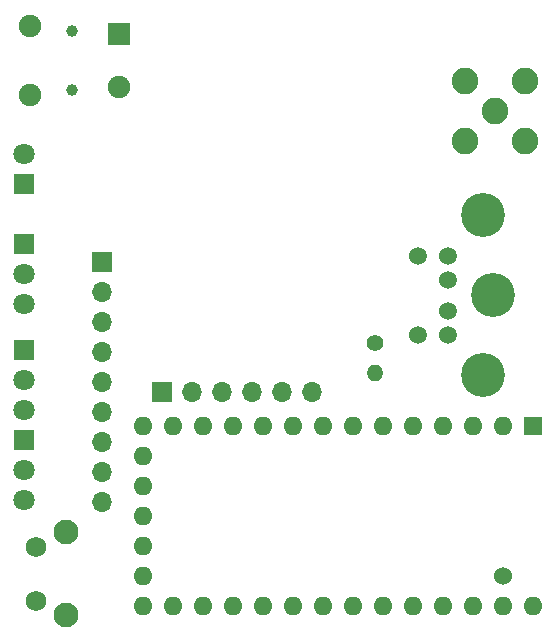
<source format=gbs>
G04 #@! TF.GenerationSoftware,KiCad,Pcbnew,7.0.7*
G04 #@! TF.CreationDate,2023-12-02T18:06:35+01:00*
G04 #@! TF.ProjectId,TeensyRPR,5465656e-7379-4525-9052-2e6b69636164,rev?*
G04 #@! TF.SameCoordinates,Original*
G04 #@! TF.FileFunction,Soldermask,Bot*
G04 #@! TF.FilePolarity,Negative*
%FSLAX46Y46*%
G04 Gerber Fmt 4.6, Leading zero omitted, Abs format (unit mm)*
G04 Created by KiCad (PCBNEW 7.0.7) date 2023-12-02 18:06:35*
%MOMM*%
%LPD*%
G01*
G04 APERTURE LIST*
%ADD10C,1.521460*%
%ADD11C,3.721100*%
%ADD12R,1.700000X1.700000*%
%ADD13O,1.700000X1.700000*%
%ADD14R,1.600000X1.600000*%
%ADD15O,1.600000X1.600000*%
%ADD16C,1.524000*%
%ADD17C,2.250000*%
%ADD18R,1.800000X1.800000*%
%ADD19C,1.800000*%
%ADD20C,2.100000*%
%ADD21C,1.750000*%
%ADD22C,1.000000*%
%ADD23R,1.900000X1.900000*%
%ADD24C,1.900000*%
%ADD25C,1.400000*%
%ADD26O,1.400000X1.400000*%
G04 APERTURE END LIST*
D10*
X173288640Y-114080260D03*
X173288640Y-116681220D03*
X173288640Y-112030480D03*
X173288640Y-118731000D03*
X170796900Y-112030480D03*
X170796900Y-118731000D03*
D11*
X176288380Y-108621800D03*
X177098640Y-115380740D03*
X176288380Y-122139680D03*
D12*
X144018000Y-112522000D03*
D13*
X144018000Y-115062000D03*
X144018000Y-117602000D03*
X144018000Y-120142000D03*
X144018000Y-122682000D03*
X144018000Y-125222000D03*
X144018000Y-127762000D03*
X144018000Y-130302000D03*
X144018000Y-132842000D03*
D14*
X180499499Y-126473501D03*
D15*
X177959499Y-126473501D03*
X175419499Y-126473501D03*
X172879499Y-126473501D03*
X170339499Y-126473501D03*
X167799499Y-126473501D03*
X165259499Y-126473501D03*
X162719499Y-126473501D03*
X160179499Y-126473501D03*
X157639499Y-126473501D03*
X155099499Y-126473501D03*
X152559499Y-126473501D03*
X150019499Y-126473501D03*
X147479499Y-126473501D03*
X147479499Y-141713501D03*
X150019499Y-141713501D03*
X152559499Y-141713501D03*
X155099499Y-141713501D03*
X157639499Y-141713501D03*
X160179499Y-141713501D03*
X162719499Y-141713501D03*
X165259499Y-141713501D03*
X167799499Y-141713501D03*
X170339499Y-141713501D03*
X172879499Y-141713501D03*
X175419499Y-141713501D03*
X177959499Y-141713501D03*
X180499499Y-141713501D03*
D16*
X177959499Y-139173501D03*
D15*
X147479499Y-129013501D03*
X147479499Y-131553501D03*
X147479499Y-134093501D03*
X147479499Y-136633501D03*
X147479499Y-139173501D03*
D17*
X177312000Y-99808000D03*
X179852000Y-97268000D03*
X174772000Y-97268000D03*
X179852000Y-102348000D03*
X174772000Y-102348000D03*
D18*
X137400000Y-111000000D03*
D19*
X137400000Y-113540000D03*
X137400000Y-116080000D03*
D18*
X137414000Y-120000000D03*
D19*
X137414000Y-122540000D03*
X137414000Y-125080000D03*
D18*
X137414000Y-105918000D03*
D19*
X137414000Y-103378000D03*
D20*
X140920000Y-142474000D03*
X140920000Y-135464000D03*
D21*
X138430000Y-141224000D03*
X138430000Y-136724000D03*
D22*
X141438000Y-93004000D03*
X141438000Y-98004000D03*
D23*
X145438000Y-93254000D03*
D24*
X145438000Y-97754000D03*
X137938000Y-92604000D03*
X137938000Y-98404000D03*
D25*
X167132000Y-119430000D03*
D26*
X167132000Y-121970000D03*
D18*
X137388600Y-127650400D03*
D19*
X137388600Y-130190400D03*
X137388600Y-132730400D03*
D12*
X149098000Y-123545600D03*
D13*
X151638000Y-123545600D03*
X154178000Y-123545600D03*
X156718000Y-123545600D03*
X159258000Y-123545600D03*
X161798000Y-123545600D03*
M02*

</source>
